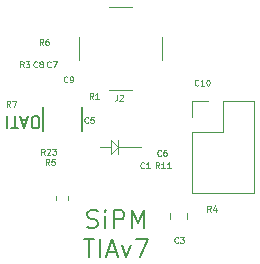
<source format=gbr>
G04 #@! TF.GenerationSoftware,KiCad,Pcbnew,(5.99.0-417-g8bd2765f3)*
G04 #@! TF.CreationDate,2020-07-21T00:36:45-04:00*
G04 #@! TF.ProjectId,tiav2,74696176-322e-46b6-9963-61645f706362,rev?*
G04 #@! TF.SameCoordinates,Original*
G04 #@! TF.FileFunction,Legend,Top*
G04 #@! TF.FilePolarity,Positive*
%FSLAX46Y46*%
G04 Gerber Fmt 4.6, Leading zero omitted, Abs format (unit mm)*
G04 Created by KiCad (PCBNEW (5.99.0-417-g8bd2765f3)) date 2020-07-21 00:36:45*
%MOMM*%
%LPD*%
G04 APERTURE LIST*
%ADD10C,0.076200*%
%ADD11C,0.127000*%
%ADD12C,0.120000*%
%ADD13C,0.152400*%
%ADD14C,0.150000*%
G04 APERTURE END LIST*
D10*
X199796400Y-100025200D02*
X201726800Y-100025200D01*
X199186800Y-100025200D02*
X198272400Y-100025200D01*
X199186800Y-100634800D02*
X199186800Y-100584000D01*
X199796400Y-100025200D02*
X199186800Y-100634800D01*
X199186800Y-99415600D02*
X199796400Y-100025200D01*
X199186800Y-100584000D02*
X199186800Y-99415600D01*
X199796400Y-100634800D02*
X199796400Y-99415600D01*
D11*
X197212857Y-106832037D02*
X197430571Y-106904608D01*
X197793428Y-106904608D01*
X197938571Y-106832037D01*
X198011142Y-106759465D01*
X198083714Y-106614322D01*
X198083714Y-106469180D01*
X198011142Y-106324037D01*
X197938571Y-106251465D01*
X197793428Y-106178894D01*
X197503142Y-106106322D01*
X197358000Y-106033751D01*
X197285428Y-105961180D01*
X197212857Y-105816037D01*
X197212857Y-105670894D01*
X197285428Y-105525751D01*
X197358000Y-105453180D01*
X197503142Y-105380608D01*
X197866000Y-105380608D01*
X198083714Y-105453180D01*
X198736857Y-106904608D02*
X198736857Y-105888608D01*
X198736857Y-105380608D02*
X198664285Y-105453180D01*
X198736857Y-105525751D01*
X198809428Y-105453180D01*
X198736857Y-105380608D01*
X198736857Y-105525751D01*
X199462571Y-106904608D02*
X199462571Y-105380608D01*
X200043142Y-105380608D01*
X200188285Y-105453180D01*
X200260857Y-105525751D01*
X200333428Y-105670894D01*
X200333428Y-105888608D01*
X200260857Y-106033751D01*
X200188285Y-106106322D01*
X200043142Y-106178894D01*
X199462571Y-106178894D01*
X200986571Y-106904608D02*
X200986571Y-105380608D01*
X201494571Y-106469180D01*
X202002571Y-105380608D01*
X202002571Y-106904608D01*
X196886285Y-107834248D02*
X197757142Y-107834248D01*
X197321714Y-109358248D02*
X197321714Y-107834248D01*
X198265142Y-109358248D02*
X198265142Y-107834248D01*
X198918285Y-108922820D02*
X199644000Y-108922820D01*
X198773142Y-109358248D02*
X199281142Y-107834248D01*
X199789142Y-109358248D01*
X200152000Y-108342248D02*
X200514857Y-109358248D01*
X200877714Y-108342248D01*
X201313142Y-107834248D02*
X202329142Y-107834248D01*
X201676000Y-109358248D01*
D12*
X199025000Y-88188800D02*
X201025000Y-88188800D01*
X203530200Y-90694000D02*
X203530200Y-92694000D01*
X201025000Y-95199200D02*
X199025000Y-95199200D01*
X196519800Y-92694000D02*
X196519800Y-90694000D01*
X206080000Y-103920000D02*
X211280000Y-103920000D01*
X206080000Y-98780000D02*
X206080000Y-103920000D01*
X211280000Y-96180000D02*
X211280000Y-103920000D01*
X206080000Y-98780000D02*
X208680000Y-98780000D01*
X208680000Y-98780000D02*
X208680000Y-96180000D01*
X208680000Y-96180000D02*
X211280000Y-96180000D01*
X206080000Y-97510000D02*
X206080000Y-96180000D01*
X206080000Y-96180000D02*
X207410000Y-96180000D01*
D13*
X196799200Y-98691700D02*
X196799200Y-96685100D01*
X193497200Y-96685100D02*
X193497200Y-98691700D01*
D12*
X195582000Y-104231221D02*
X195582000Y-104556779D01*
X194562000Y-104231221D02*
X194562000Y-104556779D01*
X205650000Y-105659422D02*
X205650000Y-106176578D01*
X204230000Y-105659422D02*
X204230000Y-106176578D01*
D10*
X193602428Y-100686809D02*
X193433095Y-100444904D01*
X193312142Y-100686809D02*
X193312142Y-100178809D01*
X193505666Y-100178809D01*
X193554047Y-100203000D01*
X193578238Y-100227190D01*
X193602428Y-100275571D01*
X193602428Y-100348142D01*
X193578238Y-100396523D01*
X193554047Y-100420714D01*
X193505666Y-100444904D01*
X193312142Y-100444904D01*
X193795952Y-100227190D02*
X193820142Y-100203000D01*
X193868523Y-100178809D01*
X193989476Y-100178809D01*
X194037857Y-100203000D01*
X194062047Y-100227190D01*
X194086238Y-100275571D01*
X194086238Y-100323952D01*
X194062047Y-100396523D01*
X193771761Y-100686809D01*
X194086238Y-100686809D01*
X194255571Y-100178809D02*
X194570047Y-100178809D01*
X194400714Y-100372333D01*
X194473285Y-100372333D01*
X194521666Y-100396523D01*
X194545857Y-100420714D01*
X194570047Y-100469095D01*
X194570047Y-100590047D01*
X194545857Y-100638428D01*
X194521666Y-100662619D01*
X194473285Y-100686809D01*
X194328142Y-100686809D01*
X194279761Y-100662619D01*
X194255571Y-100638428D01*
X203293028Y-101852209D02*
X203123695Y-101610304D01*
X203002742Y-101852209D02*
X203002742Y-101344209D01*
X203196266Y-101344209D01*
X203244647Y-101368400D01*
X203268838Y-101392590D01*
X203293028Y-101440971D01*
X203293028Y-101513542D01*
X203268838Y-101561923D01*
X203244647Y-101586114D01*
X203196266Y-101610304D01*
X203002742Y-101610304D01*
X203776838Y-101852209D02*
X203486552Y-101852209D01*
X203631695Y-101852209D02*
X203631695Y-101344209D01*
X203583314Y-101416780D01*
X203534933Y-101465161D01*
X203486552Y-101489352D01*
X204260647Y-101852209D02*
X203970361Y-101852209D01*
X204115504Y-101852209D02*
X204115504Y-101344209D01*
X204067123Y-101416780D01*
X204018742Y-101465161D01*
X203970361Y-101489352D01*
X190669333Y-96622809D02*
X190500000Y-96380904D01*
X190379047Y-96622809D02*
X190379047Y-96114809D01*
X190572571Y-96114809D01*
X190620952Y-96139000D01*
X190645142Y-96163190D01*
X190669333Y-96211571D01*
X190669333Y-96284142D01*
X190645142Y-96332523D01*
X190620952Y-96356714D01*
X190572571Y-96380904D01*
X190379047Y-96380904D01*
X190838666Y-96114809D02*
X191177333Y-96114809D01*
X190959619Y-96622809D01*
X193463333Y-91415809D02*
X193294000Y-91173904D01*
X193173047Y-91415809D02*
X193173047Y-90907809D01*
X193366571Y-90907809D01*
X193414952Y-90932000D01*
X193439142Y-90956190D01*
X193463333Y-91004571D01*
X193463333Y-91077142D01*
X193439142Y-91125523D01*
X193414952Y-91149714D01*
X193366571Y-91173904D01*
X193173047Y-91173904D01*
X193898761Y-90907809D02*
X193802000Y-90907809D01*
X193753619Y-90932000D01*
X193729428Y-90956190D01*
X193681047Y-91028761D01*
X193656857Y-91125523D01*
X193656857Y-91319047D01*
X193681047Y-91367428D01*
X193705238Y-91391619D01*
X193753619Y-91415809D01*
X193850380Y-91415809D01*
X193898761Y-91391619D01*
X193922952Y-91367428D01*
X193947142Y-91319047D01*
X193947142Y-91198095D01*
X193922952Y-91149714D01*
X193898761Y-91125523D01*
X193850380Y-91101333D01*
X193753619Y-91101333D01*
X193705238Y-91125523D01*
X193681047Y-91149714D01*
X193656857Y-91198095D01*
X193971333Y-101575809D02*
X193802000Y-101333904D01*
X193681047Y-101575809D02*
X193681047Y-101067809D01*
X193874571Y-101067809D01*
X193922952Y-101092000D01*
X193947142Y-101116190D01*
X193971333Y-101164571D01*
X193971333Y-101237142D01*
X193947142Y-101285523D01*
X193922952Y-101309714D01*
X193874571Y-101333904D01*
X193681047Y-101333904D01*
X194430952Y-101067809D02*
X194189047Y-101067809D01*
X194164857Y-101309714D01*
X194189047Y-101285523D01*
X194237428Y-101261333D01*
X194358380Y-101261333D01*
X194406761Y-101285523D01*
X194430952Y-101309714D01*
X194455142Y-101358095D01*
X194455142Y-101479047D01*
X194430952Y-101527428D01*
X194406761Y-101551619D01*
X194358380Y-101575809D01*
X194237428Y-101575809D01*
X194189047Y-101551619D01*
X194164857Y-101527428D01*
X207665333Y-105512809D02*
X207496000Y-105270904D01*
X207375047Y-105512809D02*
X207375047Y-105004809D01*
X207568571Y-105004809D01*
X207616952Y-105029000D01*
X207641142Y-105053190D01*
X207665333Y-105101571D01*
X207665333Y-105174142D01*
X207641142Y-105222523D01*
X207616952Y-105246714D01*
X207568571Y-105270904D01*
X207375047Y-105270904D01*
X208100761Y-105174142D02*
X208100761Y-105512809D01*
X207979809Y-104980619D02*
X207858857Y-105343476D01*
X208173333Y-105343476D01*
X191812333Y-93295409D02*
X191643000Y-93053504D01*
X191522047Y-93295409D02*
X191522047Y-92787409D01*
X191715571Y-92787409D01*
X191763952Y-92811600D01*
X191788142Y-92835790D01*
X191812333Y-92884171D01*
X191812333Y-92956742D01*
X191788142Y-93005123D01*
X191763952Y-93029314D01*
X191715571Y-93053504D01*
X191522047Y-93053504D01*
X191981666Y-92787409D02*
X192296142Y-92787409D01*
X192126809Y-92980933D01*
X192199380Y-92980933D01*
X192247761Y-93005123D01*
X192271952Y-93029314D01*
X192296142Y-93077695D01*
X192296142Y-93198647D01*
X192271952Y-93247028D01*
X192247761Y-93271219D01*
X192199380Y-93295409D01*
X192054238Y-93295409D01*
X192005857Y-93271219D01*
X191981666Y-93247028D01*
X197705133Y-95987809D02*
X197535800Y-95745904D01*
X197414847Y-95987809D02*
X197414847Y-95479809D01*
X197608371Y-95479809D01*
X197656752Y-95504000D01*
X197680942Y-95528190D01*
X197705133Y-95576571D01*
X197705133Y-95649142D01*
X197680942Y-95697523D01*
X197656752Y-95721714D01*
X197608371Y-95745904D01*
X197414847Y-95745904D01*
X198188942Y-95987809D02*
X197898657Y-95987809D01*
X198043800Y-95987809D02*
X198043800Y-95479809D01*
X197995419Y-95552380D01*
X197947038Y-95600761D01*
X197898657Y-95624952D01*
X206603428Y-94796428D02*
X206579238Y-94820619D01*
X206506666Y-94844809D01*
X206458285Y-94844809D01*
X206385714Y-94820619D01*
X206337333Y-94772238D01*
X206313142Y-94723857D01*
X206288952Y-94627095D01*
X206288952Y-94554523D01*
X206313142Y-94457761D01*
X206337333Y-94409380D01*
X206385714Y-94361000D01*
X206458285Y-94336809D01*
X206506666Y-94336809D01*
X206579238Y-94361000D01*
X206603428Y-94385190D01*
X207087238Y-94844809D02*
X206796952Y-94844809D01*
X206942095Y-94844809D02*
X206942095Y-94336809D01*
X206893714Y-94409380D01*
X206845333Y-94457761D01*
X206796952Y-94481952D01*
X207401714Y-94336809D02*
X207450095Y-94336809D01*
X207498476Y-94361000D01*
X207522666Y-94385190D01*
X207546857Y-94433571D01*
X207571047Y-94530333D01*
X207571047Y-94651285D01*
X207546857Y-94748047D01*
X207522666Y-94796428D01*
X207498476Y-94820619D01*
X207450095Y-94844809D01*
X207401714Y-94844809D01*
X207353333Y-94820619D01*
X207329142Y-94796428D01*
X207304952Y-94748047D01*
X207280761Y-94651285D01*
X207280761Y-94530333D01*
X207304952Y-94433571D01*
X207329142Y-94385190D01*
X207353333Y-94361000D01*
X207401714Y-94336809D01*
X195515333Y-94519428D02*
X195491142Y-94543619D01*
X195418571Y-94567809D01*
X195370190Y-94567809D01*
X195297619Y-94543619D01*
X195249238Y-94495238D01*
X195225047Y-94446857D01*
X195200857Y-94350095D01*
X195200857Y-94277523D01*
X195225047Y-94180761D01*
X195249238Y-94132380D01*
X195297619Y-94084000D01*
X195370190Y-94059809D01*
X195418571Y-94059809D01*
X195491142Y-94084000D01*
X195515333Y-94108190D01*
X195757238Y-94567809D02*
X195854000Y-94567809D01*
X195902380Y-94543619D01*
X195926571Y-94519428D01*
X195974952Y-94446857D01*
X195999142Y-94350095D01*
X195999142Y-94156571D01*
X195974952Y-94108190D01*
X195950761Y-94084000D01*
X195902380Y-94059809D01*
X195805619Y-94059809D01*
X195757238Y-94084000D01*
X195733047Y-94108190D01*
X195708857Y-94156571D01*
X195708857Y-94277523D01*
X195733047Y-94325904D01*
X195757238Y-94350095D01*
X195805619Y-94374285D01*
X195902380Y-94374285D01*
X195950761Y-94350095D01*
X195974952Y-94325904D01*
X195999142Y-94277523D01*
X192955333Y-93247028D02*
X192931142Y-93271219D01*
X192858571Y-93295409D01*
X192810190Y-93295409D01*
X192737619Y-93271219D01*
X192689238Y-93222838D01*
X192665047Y-93174457D01*
X192640857Y-93077695D01*
X192640857Y-93005123D01*
X192665047Y-92908361D01*
X192689238Y-92859980D01*
X192737619Y-92811600D01*
X192810190Y-92787409D01*
X192858571Y-92787409D01*
X192931142Y-92811600D01*
X192955333Y-92835790D01*
X193245619Y-93005123D02*
X193197238Y-92980933D01*
X193173047Y-92956742D01*
X193148857Y-92908361D01*
X193148857Y-92884171D01*
X193173047Y-92835790D01*
X193197238Y-92811600D01*
X193245619Y-92787409D01*
X193342380Y-92787409D01*
X193390761Y-92811600D01*
X193414952Y-92835790D01*
X193439142Y-92884171D01*
X193439142Y-92908361D01*
X193414952Y-92956742D01*
X193390761Y-92980933D01*
X193342380Y-93005123D01*
X193245619Y-93005123D01*
X193197238Y-93029314D01*
X193173047Y-93053504D01*
X193148857Y-93101885D01*
X193148857Y-93198647D01*
X193173047Y-93247028D01*
X193197238Y-93271219D01*
X193245619Y-93295409D01*
X193342380Y-93295409D01*
X193390761Y-93271219D01*
X193414952Y-93247028D01*
X193439142Y-93198647D01*
X193439142Y-93101885D01*
X193414952Y-93053504D01*
X193390761Y-93029314D01*
X193342380Y-93005123D01*
X194098333Y-93247028D02*
X194074142Y-93271219D01*
X194001571Y-93295409D01*
X193953190Y-93295409D01*
X193880619Y-93271219D01*
X193832238Y-93222838D01*
X193808047Y-93174457D01*
X193783857Y-93077695D01*
X193783857Y-93005123D01*
X193808047Y-92908361D01*
X193832238Y-92859980D01*
X193880619Y-92811600D01*
X193953190Y-92787409D01*
X194001571Y-92787409D01*
X194074142Y-92811600D01*
X194098333Y-92835790D01*
X194267666Y-92787409D02*
X194606333Y-92787409D01*
X194388619Y-93295409D01*
X203445533Y-100765428D02*
X203421342Y-100789619D01*
X203348771Y-100813809D01*
X203300390Y-100813809D01*
X203227819Y-100789619D01*
X203179438Y-100741238D01*
X203155247Y-100692857D01*
X203131057Y-100596095D01*
X203131057Y-100523523D01*
X203155247Y-100426761D01*
X203179438Y-100378380D01*
X203227819Y-100330000D01*
X203300390Y-100305809D01*
X203348771Y-100305809D01*
X203421342Y-100330000D01*
X203445533Y-100354190D01*
X203880961Y-100305809D02*
X203784200Y-100305809D01*
X203735819Y-100330000D01*
X203711628Y-100354190D01*
X203663247Y-100426761D01*
X203639057Y-100523523D01*
X203639057Y-100717047D01*
X203663247Y-100765428D01*
X203687438Y-100789619D01*
X203735819Y-100813809D01*
X203832580Y-100813809D01*
X203880961Y-100789619D01*
X203905152Y-100765428D01*
X203929342Y-100717047D01*
X203929342Y-100596095D01*
X203905152Y-100547714D01*
X203880961Y-100523523D01*
X203832580Y-100499333D01*
X203735819Y-100499333D01*
X203687438Y-100523523D01*
X203663247Y-100547714D01*
X203639057Y-100596095D01*
X197273333Y-97971428D02*
X197249142Y-97995619D01*
X197176571Y-98019809D01*
X197128190Y-98019809D01*
X197055619Y-97995619D01*
X197007238Y-97947238D01*
X196983047Y-97898857D01*
X196958857Y-97802095D01*
X196958857Y-97729523D01*
X196983047Y-97632761D01*
X197007238Y-97584380D01*
X197055619Y-97536000D01*
X197128190Y-97511809D01*
X197176571Y-97511809D01*
X197249142Y-97536000D01*
X197273333Y-97560190D01*
X197732952Y-97511809D02*
X197491047Y-97511809D01*
X197466857Y-97753714D01*
X197491047Y-97729523D01*
X197539428Y-97705333D01*
X197660380Y-97705333D01*
X197708761Y-97729523D01*
X197732952Y-97753714D01*
X197757142Y-97802095D01*
X197757142Y-97923047D01*
X197732952Y-97971428D01*
X197708761Y-97995619D01*
X197660380Y-98019809D01*
X197539428Y-98019809D01*
X197491047Y-97995619D01*
X197466857Y-97971428D01*
X202010933Y-101803828D02*
X201986742Y-101828019D01*
X201914171Y-101852209D01*
X201865790Y-101852209D01*
X201793219Y-101828019D01*
X201744838Y-101779638D01*
X201720647Y-101731257D01*
X201696457Y-101634495D01*
X201696457Y-101561923D01*
X201720647Y-101465161D01*
X201744838Y-101416780D01*
X201793219Y-101368400D01*
X201865790Y-101344209D01*
X201914171Y-101344209D01*
X201986742Y-101368400D01*
X202010933Y-101392590D01*
X202494742Y-101852209D02*
X202204457Y-101852209D01*
X202349600Y-101852209D02*
X202349600Y-101344209D01*
X202301219Y-101416780D01*
X202252838Y-101465161D01*
X202204457Y-101489352D01*
X199728666Y-95606809D02*
X199728666Y-95969666D01*
X199704476Y-96042238D01*
X199656095Y-96090619D01*
X199583523Y-96114809D01*
X199535142Y-96114809D01*
X199946380Y-95655190D02*
X199970571Y-95631000D01*
X200018952Y-95606809D01*
X200139904Y-95606809D01*
X200188285Y-95631000D01*
X200212476Y-95655190D01*
X200236666Y-95703571D01*
X200236666Y-95751952D01*
X200212476Y-95824523D01*
X199922190Y-96114809D01*
X200236666Y-96114809D01*
D14*
X192912857Y-98464619D02*
X192722380Y-98464619D01*
X192627142Y-98417000D01*
X192531904Y-98321761D01*
X192484285Y-98131285D01*
X192484285Y-97797952D01*
X192531904Y-97607476D01*
X192627142Y-97512238D01*
X192722380Y-97464619D01*
X192912857Y-97464619D01*
X193008095Y-97512238D01*
X193103333Y-97607476D01*
X193150952Y-97797952D01*
X193150952Y-98131285D01*
X193103333Y-98321761D01*
X193008095Y-98417000D01*
X192912857Y-98464619D01*
X192103333Y-97750333D02*
X191627142Y-97750333D01*
X192198571Y-97464619D02*
X191865238Y-98464619D01*
X191531904Y-97464619D01*
X191341428Y-98464619D02*
X190770000Y-98464619D01*
X191055714Y-97464619D02*
X191055714Y-98464619D01*
X190436666Y-97464619D02*
X190436666Y-98464619D01*
D10*
X204893333Y-108131428D02*
X204869142Y-108155619D01*
X204796571Y-108179809D01*
X204748190Y-108179809D01*
X204675619Y-108155619D01*
X204627238Y-108107238D01*
X204603047Y-108058857D01*
X204578857Y-107962095D01*
X204578857Y-107889523D01*
X204603047Y-107792761D01*
X204627238Y-107744380D01*
X204675619Y-107696000D01*
X204748190Y-107671809D01*
X204796571Y-107671809D01*
X204869142Y-107696000D01*
X204893333Y-107720190D01*
X205062666Y-107671809D02*
X205377142Y-107671809D01*
X205207809Y-107865333D01*
X205280380Y-107865333D01*
X205328761Y-107889523D01*
X205352952Y-107913714D01*
X205377142Y-107962095D01*
X205377142Y-108083047D01*
X205352952Y-108131428D01*
X205328761Y-108155619D01*
X205280380Y-108179809D01*
X205135238Y-108179809D01*
X205086857Y-108155619D01*
X205062666Y-108131428D01*
M02*

</source>
